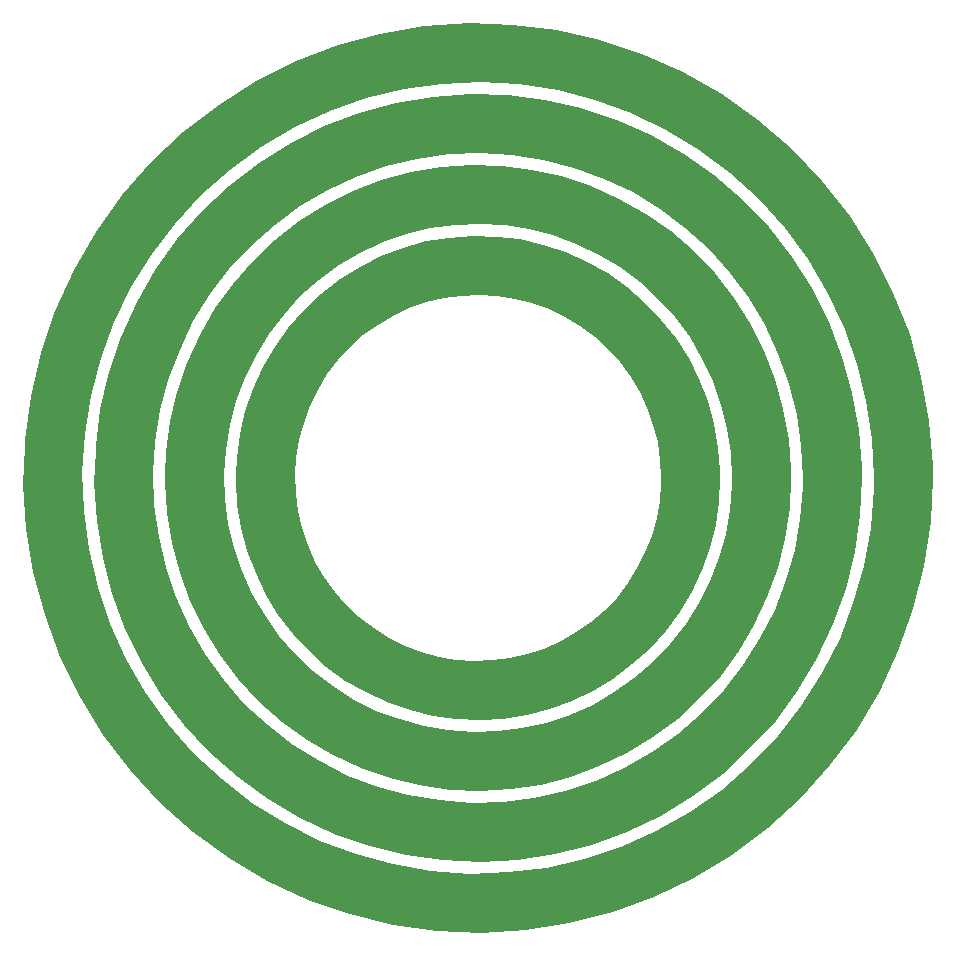
<source format=gbr>
G04 #@! TF.GenerationSoftware,KiCad,Pcbnew,(5.0.2)-1*
G04 #@! TF.CreationDate,2019-06-21T17:07:53-07:00*
G04 #@! TF.ProjectId,slip_ring,736c6970-5f72-4696-9e67-2e6b69636164,rev?*
G04 #@! TF.SameCoordinates,Original*
G04 #@! TF.FileFunction,Paste,Top*
G04 #@! TF.FilePolarity,Positive*
%FSLAX46Y46*%
G04 Gerber Fmt 4.6, Leading zero omitted, Abs format (unit mm)*
G04 Created by KiCad (PCBNEW (5.0.2)-1) date 6/21/2019 5:07:53 PM*
%MOMM*%
%LPD*%
G01*
G04 APERTURE LIST*
%ADD10C,5.000000*%
%ADD11C,0.100000*%
G04 APERTURE END LIST*
D10*
G04 #@! TO.C,U1*
X-36000000Y-45000000D03*
D11*
G36*
X2953683Y-6613469D02*
X6685455Y-7084902D01*
X10353413Y-7918241D01*
X13922546Y-9105534D01*
X17358785Y-10635446D01*
X20629332Y-12493375D01*
X23702967Y-14661586D01*
X26550352Y-17119383D01*
X29144310Y-19843307D01*
X31460079Y-22807356D01*
X33475555Y-25983238D01*
X35171500Y-29340639D01*
X36531726Y-32847512D01*
X37543250Y-36470383D01*
X38196416Y-40174671D01*
X38484989Y-43925017D01*
X38500000Y-45000000D01*
X38316255Y-48756942D01*
X37766773Y-52478023D01*
X36856801Y-56127724D01*
X35595022Y-59671209D01*
X33993482Y-63074655D01*
X32067468Y-66305575D01*
X29835363Y-69333128D01*
X27318473Y-72128417D01*
X24540824Y-74664760D01*
X21528927Y-76917947D01*
X18311532Y-78866470D01*
X14919350Y-80491731D01*
X11384760Y-81778217D01*
X7741500Y-82713647D01*
X4024346Y-83289093D01*
X268779Y-83499062D01*
X-3489354Y-83341549D01*
X-7214181Y-82818059D01*
X-10870146Y-81933588D01*
X-14422354Y-80696578D01*
X-17836897Y-79118838D01*
X-21081184Y-77215426D01*
X-24124247Y-75004512D01*
X-26937039Y-72507198D01*
X-29492711Y-69747323D01*
X-31766870Y-66751230D01*
X-33737807Y-63547516D01*
X-35386711Y-60166764D01*
X-36697841Y-56641241D01*
X-37658683Y-53004600D01*
X-38260065Y-49291554D01*
X-38496247Y-45537544D01*
X-38485746Y-45236822D01*
X-38496989Y-45122669D01*
X-38496989Y-44877331D01*
X-38472941Y-44633174D01*
X-38462904Y-44582712D01*
X-38461143Y-44532267D01*
X-33496735Y-44532267D01*
X-33382511Y-47803208D01*
X-32949644Y-51047391D01*
X-32202267Y-54233851D01*
X-31147512Y-57332173D01*
X-29795449Y-60312781D01*
X-28158981Y-63147225D01*
X-26253731Y-65808451D01*
X-24097883Y-68271055D01*
X-21712017Y-70511533D01*
X-19118905Y-72508499D01*
X-16343299Y-74242890D01*
X-13411693Y-75698151D01*
X-10352069Y-76860393D01*
X-7193633Y-77718521D01*
X-3966533Y-78264345D01*
X-701571Y-78492653D01*
X2570087Y-78401267D01*
X5817214Y-77991060D01*
X9008814Y-77265946D01*
X12114423Y-76232847D01*
X15104398Y-74901625D01*
X17950198Y-73284986D01*
X20624659Y-71398360D01*
X23102255Y-69259757D01*
X25359334Y-66889590D01*
X27374354Y-64310483D01*
X29128080Y-61547053D01*
X30603773Y-58625678D01*
X31787346Y-55574243D01*
X32667503Y-52421875D01*
X33235842Y-49198663D01*
X33486939Y-45935375D01*
X33500000Y-45000000D01*
X33340118Y-41730973D01*
X32861998Y-38493149D01*
X32070203Y-35317435D01*
X30972292Y-32234142D01*
X29578744Y-29272703D01*
X27902862Y-26461383D01*
X25960640Y-23827018D01*
X23770620Y-21394754D01*
X21353704Y-19187806D01*
X18732962Y-17227241D01*
X15933411Y-15531773D01*
X12981772Y-14117584D01*
X9906220Y-12998175D01*
X6736110Y-12184229D01*
X3501704Y-11683517D01*
X233872Y-11500816D01*
X-3036191Y-11637873D01*
X-6277274Y-12093377D01*
X-9458439Y-12862982D01*
X-12549321Y-13939341D01*
X-15520417Y-15312180D01*
X-18343368Y-16968395D01*
X-20991228Y-18892178D01*
X-23438722Y-21065165D01*
X-25662489Y-23466615D01*
X-27641302Y-26073605D01*
X-29356274Y-28861252D01*
X-30791034Y-31802946D01*
X-31931887Y-34870609D01*
X-32767945Y-38034958D01*
X-33291225Y-41265791D01*
X-33496735Y-44532267D01*
X-38461143Y-44532267D01*
X-38364975Y-41778403D01*
X-37867502Y-38050013D01*
X-37008575Y-34387962D01*
X-35796395Y-30827205D01*
X-34242530Y-27401730D01*
X-32361814Y-24144234D01*
X-30172198Y-21085810D01*
X-27694582Y-18255653D01*
X-24952616Y-15680775D01*
X-21972472Y-13385755D01*
X-18782597Y-11392500D01*
X-15413438Y-9720035D01*
X-11897154Y-8384324D01*
X-8267310Y-7398117D01*
X-4558553Y-6770828D01*
X-806283Y-6508444D01*
X2953683Y-6613469D01*
X2953683Y-6613469D01*
G37*
D10*
X-30000000Y-45000000D03*
D11*
G36*
X2493368Y-12595786D02*
X5643566Y-12993748D01*
X8739894Y-13697217D01*
X11752799Y-14699476D01*
X14653520Y-15990961D01*
X17414371Y-17559342D01*
X20008998Y-19389651D01*
X22412635Y-21464415D01*
X24602339Y-23763830D01*
X26557209Y-26265950D01*
X28258585Y-28946889D01*
X29690227Y-31781059D01*
X30838470Y-34741406D01*
X31692354Y-37799674D01*
X32243728Y-40926670D01*
X32487329Y-44092547D01*
X32500000Y-45000000D01*
X32344890Y-48171444D01*
X31881043Y-51312616D01*
X31112884Y-54393533D01*
X30047746Y-57384787D01*
X28695797Y-60257826D01*
X27069940Y-62985225D01*
X25185696Y-65540952D01*
X23061049Y-67900612D01*
X20716280Y-70041680D01*
X18173769Y-71943721D01*
X15457787Y-73588579D01*
X12594257Y-74960552D01*
X9610512Y-76046547D01*
X6535032Y-76836196D01*
X3397175Y-77321962D01*
X226891Y-77499208D01*
X-2945559Y-77366243D01*
X-6089893Y-76924336D01*
X-9176097Y-76177704D01*
X-12174714Y-75133475D01*
X-15057121Y-73801616D01*
X-17795805Y-72194840D01*
X-20364624Y-70328484D01*
X-22739059Y-68220362D01*
X-24896444Y-65890597D01*
X-26816189Y-63361428D01*
X-28479967Y-60656994D01*
X-29871899Y-57803112D01*
X-30978697Y-54827021D01*
X-31789797Y-51757130D01*
X-32297457Y-48622740D01*
X-32496832Y-45453771D01*
X-32488337Y-45210510D01*
X-32496989Y-45122669D01*
X-32496989Y-44877331D01*
X-32472941Y-44633174D01*
X-32469534Y-44616040D01*
X-27497319Y-44616040D01*
X-27403554Y-47301141D01*
X-27048215Y-49964276D01*
X-26434697Y-52580027D01*
X-25568853Y-55123425D01*
X-24458950Y-57570193D01*
X-23115582Y-59896976D01*
X-21551570Y-62081564D01*
X-19781845Y-64103105D01*
X-17823297Y-65942303D01*
X-15694623Y-67581603D01*
X-13416141Y-69005357D01*
X-11009598Y-70199975D01*
X-8497967Y-71154054D01*
X-5905221Y-71858488D01*
X-3256109Y-72306551D01*
X-575917Y-72493969D01*
X2109773Y-72418951D01*
X4775325Y-72082213D01*
X7395295Y-71486971D01*
X9944676Y-70638905D01*
X12399132Y-69546110D01*
X14735237Y-68219018D01*
X16930691Y-66670296D01*
X18964537Y-64914726D01*
X20817364Y-62969067D01*
X22471485Y-60851889D01*
X23911111Y-58583401D01*
X25122500Y-56185258D01*
X26094090Y-53680349D01*
X26816607Y-51092584D01*
X27283154Y-48446664D01*
X27489278Y-45767845D01*
X27500000Y-45000000D01*
X27368753Y-42316470D01*
X26976267Y-39658555D01*
X26326286Y-37051626D01*
X25425016Y-34520565D01*
X24281059Y-32089532D01*
X22905334Y-29781732D01*
X21310973Y-27619194D01*
X19513195Y-25622559D01*
X17529160Y-23810886D01*
X15377805Y-22201467D01*
X13079666Y-20809664D01*
X10656679Y-19648763D01*
X8131971Y-18729845D01*
X5529643Y-18061681D01*
X2874533Y-17650648D01*
X191985Y-17500670D01*
X-2492396Y-17613179D01*
X-5152986Y-17987101D01*
X-7764390Y-18618866D01*
X-10301681Y-19502444D01*
X-12740641Y-20629402D01*
X-15057989Y-21988981D01*
X-17231605Y-23568206D01*
X-19240742Y-25352001D01*
X-21066222Y-27323341D01*
X-22690621Y-29463407D01*
X-24098434Y-31751774D01*
X-25276222Y-34166597D01*
X-26212743Y-36684828D01*
X-26899059Y-39282429D01*
X-27328618Y-41934604D01*
X-27497319Y-44616040D01*
X-32469534Y-44616040D01*
X-32467162Y-44604118D01*
X-32386018Y-42280470D01*
X-31966073Y-39133128D01*
X-31241005Y-36041786D01*
X-30217736Y-33035952D01*
X-28906032Y-30144317D01*
X-27318415Y-27394483D01*
X-25470037Y-24812697D01*
X-23378544Y-22423603D01*
X-21063897Y-20250005D01*
X-18548191Y-18312651D01*
X-15855439Y-16630032D01*
X-13011344Y-15218211D01*
X-10043052Y-14090663D01*
X-6978898Y-13258151D01*
X-3848129Y-12728621D01*
X-680629Y-12507128D01*
X2493368Y-12595786D01*
X2493368Y-12595786D01*
G37*
D10*
X-24000000Y-45000000D03*
D11*
G36*
X2033054Y-18578102D02*
X4601677Y-18902595D01*
X7126375Y-19476192D01*
X9583051Y-20293419D01*
X11948255Y-21346476D01*
X14199410Y-22625310D01*
X16315029Y-24117715D01*
X18274918Y-25809446D01*
X20060369Y-27684354D01*
X21654340Y-29724544D01*
X23041616Y-31910541D01*
X24208955Y-34221479D01*
X25145214Y-36635301D01*
X25841458Y-39128965D01*
X26291040Y-41678669D01*
X26489668Y-44260077D01*
X26500000Y-45000000D01*
X26373526Y-47585947D01*
X25995312Y-50147210D01*
X25368967Y-52659343D01*
X24500470Y-55098365D01*
X23398111Y-57440996D01*
X22072413Y-59664876D01*
X20536029Y-61748777D01*
X18803625Y-63672807D01*
X16891736Y-65418601D01*
X14818612Y-66969496D01*
X12604042Y-68310687D01*
X10269163Y-69429374D01*
X7836263Y-70314877D01*
X5328565Y-70958744D01*
X2770004Y-71354830D01*
X185003Y-71499354D01*
X-2401763Y-71390937D01*
X-4965605Y-71030612D01*
X-7482049Y-70421820D01*
X-9927075Y-69570372D01*
X-12277345Y-68484395D01*
X-14510425Y-67174254D01*
X-16605001Y-65652456D01*
X-18541079Y-63933526D01*
X-20300178Y-62033872D01*
X-21865508Y-59971626D01*
X-23222127Y-57766472D01*
X-24357086Y-55439461D01*
X-25259553Y-53012802D01*
X-25920911Y-50509660D01*
X-26334850Y-47953927D01*
X-26497417Y-45369998D01*
X-26490929Y-45184198D01*
X-26496989Y-45122669D01*
X-26496989Y-44877331D01*
X-26479505Y-44699813D01*
X-21497904Y-44699813D01*
X-21424596Y-46799074D01*
X-21146787Y-48881162D01*
X-20667126Y-50926203D01*
X-19990194Y-52914678D01*
X-19122452Y-54827605D01*
X-18072182Y-56646727D01*
X-16849409Y-58354677D01*
X-15465806Y-59935155D01*
X-13934578Y-61373074D01*
X-12270342Y-62654708D01*
X-10488983Y-63767825D01*
X-8607504Y-64701799D01*
X-6643865Y-65447715D01*
X-4616810Y-65998454D01*
X-2545685Y-66348758D01*
X-450262Y-66495285D01*
X1649459Y-66436634D01*
X3733436Y-66173367D01*
X5781776Y-65707995D01*
X7774928Y-65044962D01*
X9693867Y-64190595D01*
X11520276Y-63153050D01*
X13236722Y-61942231D01*
X14826820Y-60569695D01*
X16275394Y-59048543D01*
X17568615Y-57393295D01*
X18694141Y-55619750D01*
X19641227Y-53744838D01*
X20400834Y-51786454D01*
X20965711Y-49763293D01*
X21330466Y-47694665D01*
X21491617Y-45600315D01*
X21500000Y-45000000D01*
X21397389Y-42901968D01*
X21090536Y-40823961D01*
X20582369Y-38785816D01*
X19877740Y-36806987D01*
X18983373Y-34906361D01*
X17907807Y-33102082D01*
X16661307Y-31411370D01*
X15255771Y-29850364D01*
X13704616Y-28433965D01*
X12022647Y-27175692D01*
X10225920Y-26087556D01*
X8331585Y-25179942D01*
X6357723Y-24461515D01*
X4323175Y-23939132D01*
X2247362Y-23617779D01*
X150097Y-23500524D01*
X-1948600Y-23588485D01*
X-4028698Y-23880824D01*
X-6070341Y-24374750D01*
X-8054042Y-25065547D01*
X-9960865Y-25946623D01*
X-11772609Y-27009567D01*
X-13471982Y-28244234D01*
X-15042762Y-29638837D01*
X-16469956Y-31180066D01*
X-17739940Y-32853209D01*
X-18840594Y-34642296D01*
X-19761410Y-36530249D01*
X-20493599Y-38499047D01*
X-21030173Y-40529899D01*
X-21366010Y-42603418D01*
X-21497904Y-44699813D01*
X-26479505Y-44699813D01*
X-26472941Y-44633174D01*
X-26471419Y-44625522D01*
X-26407061Y-42782537D01*
X-26064644Y-40216243D01*
X-25473435Y-37695610D01*
X-24639077Y-35244699D01*
X-23569534Y-32886905D01*
X-22275015Y-30644732D01*
X-20767877Y-28539584D01*
X-19062505Y-26591553D01*
X-17175177Y-24819235D01*
X-15123910Y-23239546D01*
X-12928281Y-21867565D01*
X-10609249Y-20716388D01*
X-8188950Y-19797002D01*
X-5690486Y-19118185D01*
X-3137705Y-18686414D01*
X-554974Y-18505812D01*
X2033054Y-18578102D01*
X2033054Y-18578102D01*
G37*
D10*
X-18000000Y-45000000D03*
D11*
G36*
X1572740Y-24560419D02*
X3559788Y-24811441D01*
X5512856Y-25255167D01*
X7413304Y-25887362D01*
X9242990Y-26701991D01*
X10984449Y-27691278D01*
X12621060Y-28845780D01*
X14137201Y-30154477D01*
X15518399Y-31604878D01*
X16751470Y-33183138D01*
X17824646Y-34874192D01*
X18727682Y-36661899D01*
X19451958Y-38529195D01*
X19990562Y-40458256D01*
X20338351Y-42430669D01*
X20492007Y-44427606D01*
X20500000Y-45000000D01*
X20402162Y-47000449D01*
X20109581Y-48981804D01*
X19625050Y-50925152D01*
X18953194Y-52811943D01*
X18100426Y-54624167D01*
X17074885Y-56344527D01*
X15886362Y-57956601D01*
X14546200Y-59445001D01*
X13067192Y-60795521D01*
X11463455Y-61995270D01*
X9750296Y-63032796D01*
X7944070Y-63898195D01*
X6062015Y-64583206D01*
X4122097Y-65081293D01*
X2142833Y-65387699D01*
X143116Y-65499500D01*
X-1857968Y-65415630D01*
X-3841317Y-65136889D01*
X-5788000Y-64665936D01*
X-7679435Y-64007269D01*
X-9497569Y-63167173D01*
X-11225046Y-62153668D01*
X-12845378Y-60976428D01*
X-14343098Y-59646690D01*
X-15703911Y-58177146D01*
X-16914827Y-56581824D01*
X-17964287Y-54875950D01*
X-18842274Y-53075809D01*
X-19540409Y-51198583D01*
X-20052026Y-49262190D01*
X-20372242Y-47285113D01*
X-20498002Y-45286225D01*
X-20493520Y-45157886D01*
X-20496989Y-45122669D01*
X-20496989Y-44877331D01*
X-20487756Y-44783586D01*
X-15498489Y-44783586D01*
X-15445639Y-46297007D01*
X-15245358Y-47798047D01*
X-14899556Y-49272379D01*
X-14411536Y-50705931D01*
X-13785954Y-52085018D01*
X-13028782Y-53396477D01*
X-12147249Y-54627791D01*
X-11149767Y-55767205D01*
X-10045858Y-56803844D01*
X-8846060Y-57727813D01*
X-7561825Y-58530292D01*
X-6205410Y-59203622D01*
X-4789763Y-59741376D01*
X-3328398Y-60138420D01*
X-1835262Y-60390965D01*
X-324608Y-60496601D01*
X1189145Y-60454318D01*
X2691547Y-60264520D01*
X4168257Y-59929020D01*
X5605181Y-59451019D01*
X6988602Y-58835080D01*
X8305315Y-58087083D01*
X9542753Y-57214167D01*
X10689103Y-56224664D01*
X11733423Y-55128019D01*
X12665746Y-53934701D01*
X13477171Y-52656099D01*
X14159955Y-51304418D01*
X14707578Y-49892560D01*
X15114815Y-48434002D01*
X15377778Y-46942665D01*
X15493957Y-45432785D01*
X15500000Y-45000000D01*
X15426025Y-43487465D01*
X15204805Y-41989368D01*
X14838452Y-40520007D01*
X14330464Y-39093409D01*
X13685688Y-37723191D01*
X12910279Y-36422431D01*
X12011640Y-35203546D01*
X10998346Y-34078170D01*
X9880072Y-33057045D01*
X8667490Y-32149918D01*
X7372175Y-31365447D01*
X6006492Y-30711121D01*
X4583475Y-30193185D01*
X3116708Y-29816584D01*
X1620191Y-29584911D01*
X108210Y-29500378D01*
X-1404805Y-29563792D01*
X-2904410Y-29774548D01*
X-4376293Y-30130633D01*
X-5806402Y-30628650D01*
X-7181089Y-31263845D01*
X-8487230Y-32030153D01*
X-9712359Y-32920262D01*
X-10844782Y-33925673D01*
X-11873689Y-35036792D01*
X-12789259Y-36243011D01*
X-13582754Y-37532818D01*
X-14246598Y-38893900D01*
X-14774455Y-40313267D01*
X-15161288Y-41777369D01*
X-15403403Y-43272232D01*
X-15498489Y-44783586D01*
X-20487756Y-44783586D01*
X-20476436Y-44668661D01*
X-20428104Y-43284604D01*
X-20163215Y-41299358D01*
X-19705865Y-39349434D01*
X-19060418Y-37453447D01*
X-18233036Y-35629492D01*
X-17231615Y-33894982D01*
X-16065716Y-32266471D01*
X-14746466Y-30759503D01*
X-13286458Y-29388465D01*
X-11699628Y-28166441D01*
X-10001123Y-27105097D01*
X-8207155Y-26214564D01*
X-6334848Y-25503341D01*
X-4402074Y-24978218D01*
X-2427281Y-24644207D01*
X-429320Y-24504496D01*
X1572740Y-24560419D01*
X1572740Y-24560419D01*
G37*
G04 #@! TD*
M02*

</source>
